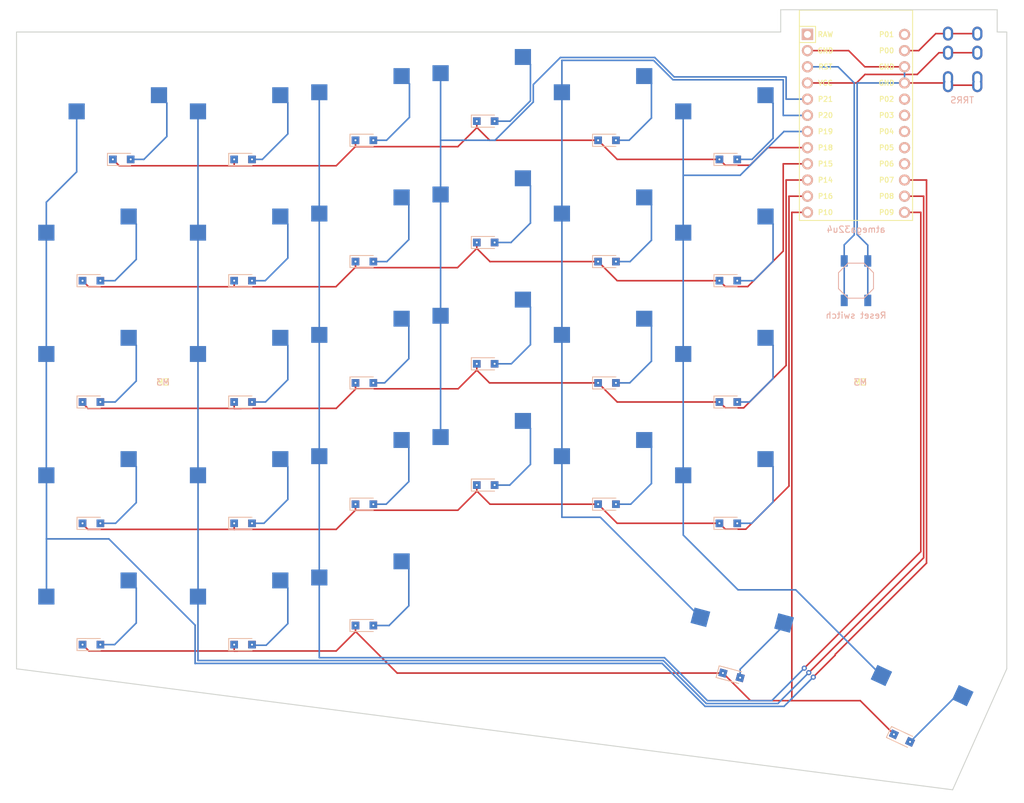
<source format=kicad_pcb>
(kicad_pcb (version 20221018) (generator pcbnew)
  (title_block (title "left") (rev "v1.0.0") (company "Unknown"))
  (layers (0 "F.Cu" signal) (31 "B.Cu" signal) (34 "B.Paste" user) (35 "F.Paste" user) (36 "B.SilkS" user "B.Silkscreen") (37 "F.SilkS" user "F.Silkscreen") (38 "B.Mask" user) (39 "F.Mask" user) (44 "Edge.Cuts" user))
  (net 0 "")
  (net 1 "P7")
  (net 2 "zero_meta")
  (net 3 "zero_bottom")
  (net 4 "zero_home")
  (net 5 "zero_top")
  (net 6 "zero_number")
  (net 7 "P8")
  (net 8 "one_meta")
  (net 9 "one_bottom")
  (net 10 "one_home")
  (net 11 "one_top")
  (net 12 "one_number")
  (net 13 "P9")
  (net 14 "two_meta")
  (net 15 "two_bottom")
  (net 16 "two_home")
  (net 17 "two_top")
  (net 18 "two_number")
  (net 19 "P14")
  (net 20 "three_bottom")
  (net 21 "three_home")
  (net 22 "three_top")
  (net 23 "three_number")
  (net 24 "P16")
  (net 25 "four_bottom")
  (net 26 "four_home")
  (net 27 "four_top")
  (net 28 "four_number")
  (net 29 "P10")
  (net 30 "five_bottom")
  (net 31 "five_home")
  (net 32 "five_top")
  (net 33 "five_number")
  (net 34 "four_meta")
  (net 35 "five_meta")
  (net 36 "P15")
  (net 37 "P18")
  (net 38 "P19")
  (net 39 "P20")
  (net 40 "P21")
  (net 41 "RAW")
  (net 42 "GND")
  (net 43 "RST")
  (net 44 "VCC")
  (net 45 "P1")
  (net 46 "P0")
  (net 47 "P2")
  (net 48 "P3")
  (net 49 "P4")
  (net 50 "P5")
  (net 51 "P6")
  (footprint "E73:SW_TACT_ALPS_SKQGABE010" (layer "F.Cu") (at 236.825 144.05 -90)
    (fp_text reference "B1" hide)
    (fp_text value "" hide)
  )
  (footprint "MX" (layer "F.Cu") (at 178.675 133.05)
    (fp_text reference "S18" hide)
    (fp_text value "" hide)
  )
  (footprint "MX" (layer "F.Cu") (at 121.525 120)
    (fp_text reference "S5" hide)
    (fp_text value "" hide)
  )
  (footprint "MX" (layer "F.Cu") (at 197.725 136.05)
    (fp_text reference "S22" hide)
    (fp_text value "" hide)
  )
  (footprint "Diode_SMD:Nexperia_CFP3_SOD-123W" (layer "F.Cu") (at 178.675 157.1)
    (fp_text reference "D17" hide)
    (fp_text value "Nexperia_CFP3_SOD-123W" hide)
  )
  (footprint "MountingHole:MountingHole_3.2mm_M3" (layer "F.Cu") (at 237.5 155)
    (fp_text reference "M3")
    (fp_text value "M3")
  )
  (footprint "MX" (layer "F.Cu") (at 116.7625 177.15)
    (fp_text reference "S2" hide)
    (fp_text value "" hide)
  )
  (footprint "Diode_SMD:Nexperia_CFP3_SOD-123W" (layer "F.Cu") (at 197.725 141.05)
    (fp_text reference "D22" hide)
    (fp_text value "Nexperia_CFP3_SOD-123W" hide)
  )
  (footprint "MX" (layer "F.Cu") (at 159.625 136.05)
    (fp_text reference "S14" hide)
    (fp_text value "" hide)
  )
  (footprint "MX" (layer "F.Cu") (at 197.725 155.1)
    (fp_text reference "S21" hide)
    (fp_text value "" hide)
  )
  (footprint "Diode_SMD:Nexperia_CFP3_SOD-123W" (layer "F.Cu") (at 159.625 122)
    (fp_text reference "D15" hide)
    (fp_text value "Nexperia_CFP3_SOD-123W" hide)
  )
  (footprint "MountingHole:MountingHole_3.2mm_M3" (layer "F.Cu") (at 128 155)
    (fp_text reference "M3")
    (fp_text value "M3")
  )
  (footprint "Diode_SMD:Nexperia_CFP3_SOD-123W" (layer "F.Cu") (at 197.725 160.1)
    (fp_text reference "D21" hide)
    (fp_text value "Nexperia_CFP3_SOD-123W" hide)
  )
  (footprint "Diode_SMD:Nexperia_CFP3_SOD-123W" (layer "F.Cu") (at 116.7625 182.15)
    (fp_text reference "D2" hide)
    (fp_text value "Nexperia_CFP3_SOD-123W" hide)
  )
  (footprint "MX" (layer "F.Cu") (at 140.575 139.05)
    (fp_text reference "S9" hide)
    (fp_text value "" hide)
  )
  (footprint "MX" (layer "F.Cu") (at 197.725 117)
    (fp_text reference "S23" hide)
    (fp_text value "" hide)
  )
  (footprint "MX" (layer "F.Cu") (at 140.575 120)
    (fp_text reference "S10" hide)
    (fp_text value "" hide)
  )
  (footprint "MX" (layer "F.Cu") (at 216.775 120)
    (fp_text reference "S27" hide)
    (fp_text value "" hide)
  )
  (footprint "Diode_SMD:Nexperia_CFP3_SOD-123W" (layer "F.Cu") (at 140.575 163.1)
    (fp_text reference "D8" hide)
    (fp_text value "Nexperia_CFP3_SOD-123W" hide)
  )
  (footprint "TRRS-PJ-320A-dual" (layer "F.Cu") (at 255.875 102.05)
    (fp_text reference "TRRS")
    (fp_text value "TRRS-PJ-320A-dual" hide)
  )
  (footprint "Diode_SMD:Nexperia_CFP3_SOD-123W" (layer "F.Cu") (at 216.775 144.05)
    (fp_text reference "D26" hide)
    (fp_text value "Nexperia_CFP3_SOD-123W" hide)
  )
  (footprint "Diode_SMD:Nexperia_CFP3_SOD-123W" (layer "F.Cu") (at 116.7625 144.05)
    (fp_text reference "D4" hide)
    (fp_text value "Nexperia_CFP3_SOD-123W" hide)
  )
  (footprint "Diode_SMD:Nexperia_CFP3_SOD-123W" (layer "F.Cu") (at 159.625 160.1)
    (fp_text reference "D13" hide)
    (fp_text value "Nexperia_CFP3_SOD-123W" hide)
  )
  (footprint "Diode_SMD:Nexperia_CFP3_SOD-123W" (layer "F.Cu") (at 216.775 163.1)
    (fp_text reference "D25" hide)
    (fp_text value "Nexperia_CFP3_SOD-123W" hide)
  )
  (footprint "MX" (layer "F.Cu") (at 140.575 177.15)
    (fp_text reference "S7" hide)
    (fp_text value "" hide)
  )
  (footprint "MX" (layer "F.Cu") (at 140.575 158.1)
    (fp_text reference "S8" hide)
    (fp_text value "" hide)
  )
  (footprint "Diode_SMD:Nexperia_CFP3_SOD-123W" (layer "F.Cu") (at 159.625 179.15)
    (fp_text reference "D12" hide)
    (fp_text value "Nexperia_CFP3_SOD-123W" hide)
  )
  (footprint "MX" (layer "F.Cu") (at 159.625 193.2)
    (fp_text reference "S11" hide)
    (fp_text value "" hide)
  )
  (footprint "Diode_SMD:Nexperia_CFP3_SOD-123W" (layer "F.Cu") (at 116.7625 163.1)
    (fp_text reference "D3" hide)
    (fp_text value "Nexperia_CFP3_SOD-123W" hide)
  )
  (footprint "MX" (layer "F.Cu") (at 159.625 174.15)
    (fp_text reference "S12" hide)
    (fp_text value "" hide)
  )
  (footprint "Diode_SMD:Nexperia_CFP3_SOD-123W" (layer "F.Cu") (at 244.046907 215.879074 -25)
    (fp_text reference "D29" hide)
    (fp_text value "Nexperia_CFP3_SOD-123W" hide)
  )
  (footprint "MX" (layer "F.Cu") (at 159.625 155.1)
    (fp_text reference "S13" hide)
    (fp_text value "" hide)
  )
  (footprint "Diode_SMD:Nexperia_CFP3_SOD-123W" (layer "F.Cu") (at 178.675 119)
    (fp_text reference "D19" hide)
    (fp_text value "Nexperia_CFP3_SOD-123W" hide)
  )
  (footprint "Diode_SMD:Nexperia_CFP3_SOD-123W" (layer "F.Cu") (at 216.775 125)
    (fp_text reference "D27" hide)
    (fp_text value "Nexperia_CFP3_SOD-123W" hide)
  )
  (footprint "MX" (layer "F.Cu") (at 216.775 158.1)
    (fp_text reference "S25" hide)
    (fp_text value "" hide)
  )
  (footprint "Diode_SMD:Nexperia_CFP3_SOD-123W" (layer "F.Cu") (at 159.625 198.2)
    (fp_text reference "D11" hide)
    (fp_text value "Nexperia_CFP3_SOD-123W" hide)
  )
  (footprint "Diode_SMD:Nexperia_CFP3_SOD-123W" (layer "F.Cu") (at 197.725 179.15)
    (fp_text reference "D20" hide)
    (fp_text value "Nexperia_CFP3_SOD-123W" hide)
  )
  (footprint "Diode_SMD:Nexperia_CFP3_SOD-123W" (layer "F.Cu") (at 178.675 176.15)
    (fp_text reference "D16" hide)
    (fp_text value "Nexperia_CFP3_SOD-123W" hide)
  )
  (footprint "MX" (layer "F.Cu") (at 116.7625 139.05)
    (fp_text reference "S4" hide)
    (fp_text value "" hide)
  )
  (footprint "MX" (layer "F.Cu") (at 159.625 117)
    (fp_text reference "S15" hide)
    (fp_text value "" hide)
  )
  (footprint "MX" (layer "F.Cu") (at 116.7625 196.2)
    (fp_text reference "S1" hide)
    (fp_text value "" hide)
  )
  (footprint "MX" (layer "F.Cu") (at 216.775 139.05)
    (fp_text reference "S26" hide)
    (fp_text value "" hide)
  )
  (footprint "Diode_SMD:Nexperia_CFP3_SOD-123W" (layer "F.Cu") (at 140.575 182.15)
    (fp_text reference "D7" hide)
    (fp_text value "Nexperia_CFP3_SOD-123W" hide)
  )
  (footprint "Diode_SMD:Nexperia_CFP3_SOD-123W" (layer "F.Cu") (at 217.278865 206.029629 -15)
    (fp_text reference "D28" hide)
    (fp_text value "Nexperia_CFP3_SOD-123W" hide)
  )
  (footprint "MX" (layer "F.Cu") (at 197.725 174.15)
    (fp_text reference "S20" hide)
    (fp_text value "" hide)
  )
  (footprint "MX" (layer "F.Cu") (at 178.675 114)
    (fp_text reference "S19" hide)
    (fp_text value "" hide)
  )
  (footprint "Diode_SMD:Nexperia_CFP3_SOD-123W" (layer "F.Cu") (at 197.725 122)
    (fp_text reference "D23" hide)
    (fp_text value "Nexperia_CFP3_SOD-123W" hide)
  )
  (footprint "MX" (layer "F.Cu") (at 216.775 177.15)
    (fp_text reference "S24" hide)
    (fp_text value "" hide)
  )
  (footprint "Diode_SMD:Nexperia_CFP3_SOD-123W" (layer "F.Cu") (at 140.575 144.05)
    (fp_text reference "D9" hide)
    (fp_text value "Nexperia_CFP3_SOD-123W" hide)
  )
  (footprint "Diode_SMD:Nexperia_CFP3_SOD-123W" (layer "F.Cu") (at 216.775 182.15)
    (fp_text reference "D24" hide)
    (fp_text value "Nexperia_CFP3_SOD-123W" hide)
  )
  (footprint "MX" (layer "F.Cu") (at 246.159999 211.347535 -25)
    (fp_text reference "S29" hide)
    (fp_text value "" hide)
  )
  (footprint "Diode_SMD:Nexperia_CFP3_SOD-123W" (layer "F.Cu") (at 140.575 201.2)
    (fp_text reference "D6" hide)
    (fp_text value "Nexperia_CFP3_SOD-123W" hide)
  )
  (footprint "Diode_SMD:Nexperia_CFP3_SOD-123W" (layer "F.Cu") (at 140.575 125)
    (fp_text reference "D10" hide)
    (fp_text value "Nexperia_CFP3_SOD-123W" hide)
  )
  (footprint "MX" (layer "F.Cu") (at 116.7625 158.1)
    (fp_text reference "S3" hide)
    (fp_text value "" hide)
  )
  (footprint "ProMicro" (layer "F.Cu") (at 236.825 119.35 -90)
    (fp_text reference "MCU1" hide)
    (fp_text value "" hide)
  )
  (footprint "Diode_SMD:Nexperia_CFP3_SOD-123W" (layer "F.Cu") (at 159.625 141.05)
    (fp_text reference "D14" hide)
    (fp_text value "Nexperia_CFP3_SOD-123W" hide)
  )
  (footprint "MX" (layer "F.Cu") (at 178.675 171.15)
    (fp_text reference "S16" hide)
    (fp_text value "" hide)
  )
  (footprint "Diode_SMD:Nexperia_CFP3_SOD-123W" (layer "F.Cu") (at 121.525 125)
    (fp_text reference "D5" hide)
    (fp_text value "Nexperia_CFP3_SOD-123W" hide)
  )
  (footprint "MX" (layer "F.Cu") (at 178.675 152.1)
    (fp_text reference "S17" hide)
    (fp_text value "" hide)
  )
  (footprint "MX" (layer "F.Cu") (at 218.57296 201.2 -15)
    (fp_text reference "S28" hide)
    (fp_text value "" hide)
  )
  (footprint "MX" (layer "F.Cu") (at 140.575 196.2)
    (fp_text reference "S6" hide)
    (fp_text value "" hide)
  )
  (footprint "Diode_SMD:Nexperia_CFP3_SOD-123W" (layer "F.Cu") (at 178.675 138.05)
    (fp_text reference "D18" hide)
    (fp_text value "Nexperia_CFP3_SOD-123W" hide)
  )
  (footprint "Diode_SMD:Nexperia_CFP3_SOD-123W" (layer "F.Cu") (at 116.7625 201.2)
    (fp_text reference "D1" hide)
    (fp_text value "Nexperia_CFP3_SOD-123W" hide)
  )
  (gr_line locked (start 105 205) (end 105 105) (stroke (width 0.15)) (layer "Edge.Cuts"))
  (gr_line locked (start 260.5 105) (end 260.5 205) (stroke (width 0.15)) (layer "Edge.Cuts"))
  (gr_line locked (start 259 101.5) (end 259 105) (stroke (width 0.15)) (layer "Edge.Cuts"))
  (gr_line locked (start 105 105) (end 225 105) (stroke (width 0.15)) (layer "Edge.Cuts"))
  (gr_line locked (start 260.5 205) (end 252 224) (stroke (width 0.15)) (layer "Edge.Cuts"))
  (gr_line locked (start 259 105) (end 260.5 105) (stroke (width 0.15)) (layer "Edge.Cuts"))
  (gr_line locked (start 252 224) (end 105 205) (stroke (width 0.15)) (layer "Edge.Cuts"))
  (gr_line locked (start 225 101.5) (end 259 101.5) (stroke (width 0.15)) (layer "Edge.Cuts"))
  (gr_line locked (start 225 101.5) (end 225 105) (stroke (width 0.15)) (layer "Edge.Cuts"))
  (gr_text "atmega32u4" (at 236.825 136) (layer "B.SilkS") (effects (font (size 1 1)) (justify mirror)))
  (gr_text "Reset switch" (at 236.825 149.5) (layer "B.SilkS") (effects (font (size 1 1)) (justify mirror)))
  (segment (start 230.113863 206.303677) (end 233.56754 202.85) (width 0.25) (layer "F.Cu") (net 1))
  (segment (start 233.56754 202.73246) (end 247.9 188.4) (width 0.25) (layer "F.Cu") (net 1))
  (segment (start 247.9 188.4) (end 247.9 128.24) (width 0.25) (layer "F.Cu") (net 1))
  (segment (start 230.113863 206.313156) (end 230.113863 206.303677) (width 0.25) (layer "F.Cu") (net 1))
  (segment (start 247.9 128.24) (end 244.445 128.24) (width 0.25) (layer "F.Cu") (net 1))
  (segment (start 233.56754 202.85) (end 233.56754 202.73246) (width 0.25) (layer "F.Cu") (net 1))
  (via (at 230.113863 206.313156) (size 0.8) (drill 0.4) (layers "F.Cu" "B.Cu") (net 1))
  (segment (start 213.127208 210.9) (end 206.377208 204.15) (width 0.25) (layer "B.Cu") (net 1))
  (segment (start 133.04 198.14) (end 119.5 184.6) (width 0.25) (layer "B.Cu") (net 1))
  (segment (start 230.104384 206.313156) (end 225.51754 210.9) (width 0.25) (layer "B.Cu") (net 1))
  (segment (start 109.6775 155.56) (end 109.6775 136.51) (width 0.25) (layer "B.Cu") (net 1))
  (segment (start 230.113863 206.313156) (end 230.104384 206.313156) (width 0.25) (layer "B.Cu") (net 1))
  (segment (start 109.6775 131.7225) (end 109.6775 136.51) (width 0.25) (layer "B.Cu") (net 1))
  (segment (start 225.51754 210.9) (end 213.127208 210.9) (width 0.25) (layer "B.Cu") (net 1))
  (segment (start 133.04 204.16) (end 133.04 198.14) (width 0.25) (layer "B.Cu") (net 1))
  (segment (start 206.377208 204.15) (end 133.05 204.15) (width 0.25) (layer "B.Cu") (net 1))
  (segment (start 114.44 126.96) (end 109.6775 131.7225) (width 0.25) (layer "B.Cu") (net 1))
  (segment (start 133.05 204.15) (end 133.04 204.16) (width 0.25) (layer "B.Cu") (net 1))
  (segment (start 119.5 184.6) (end 109.7 184.6) (width 0.25) (layer "B.Cu") (net 1))
  (segment (start 109.7 184.6) (end 109.7 193.6375) (width 0.25) (layer "B.Cu") (net 1))
  (segment (start 109.6775 155.56) (end 109.6775 174.61) (width 0.25) (layer "B.Cu") (net 1))
  (segment (start 114.44 118.16) (end 114.44 126.96) (width 0.25) (layer "B.Cu") (net 1))
  (segment (start 109.7 174.6325) (end 109.7 184.6) (width 0.25) (layer "B.Cu") (net 1))
  (segment (start 120.4 201.2) (end 123.8 197.8) (width 0.25) (layer "B.Cu") (net 2))
  (segment (start 123.8 192.3155) (end 122.6045 191.12) (width 0.25) (layer "B.Cu") (net 2))
  (segment (start 118.1625 201.2) (end 120.4 201.2) (width 0.25) (layer "B.Cu") (net 2))
  (segment (start 123.8 197.8) (end 123.8 192.3155) (width 0.25) (layer "B.Cu") (net 2))
  (segment (start 123.8 173.2655) (end 122.6045 172.07) (width 0.25) (layer "B.Cu") (net 3))
  (segment (start 118.1625 182.15) (end 120.55 182.15) (width 0.25) (layer "B.Cu") (net 3))
  (segment (start 120.55 182.15) (end 123.8 178.9) (width 0.25) (layer "B.Cu") (net 3))
  (segment (start 123.8 178.9) (end 123.8 173.2655) (width 0.25) (layer "B.Cu") (net 3))
  (segment (start 123.8 159.8) (end 123.8 154.2155) (width 0.25) (layer "B.Cu") (net 4))
  (segment (start 120.5 163.1) (end 123.8 159.8) (width 0.25) (layer "B.Cu") (net 4))
  (segment (start 123.8 154.2155) (end 122.6045 153.02) (width 0.25) (layer "B.Cu") (net 4))
  (segment (start 118.1625 163.1) (end 120.5 163.1) (width 0.25) (layer "B.Cu") (net 4))
  (segment (start 123.8 135.1655) (end 122.6045 133.97) (width 0.25) (layer "B.Cu") (net 5))
  (segment (start 123.8 140.7) (end 123.8 135.1655) (width 0.25) (layer "B.Cu") (net 5))
  (segment (start 120.45 144.05) (end 123.8 140.7) (width 0.25) (layer "B.Cu") (net 5))
  (segment (start 118.1625 144.05) (end 120.45 144.05) (width 0.25) (layer "B.Cu") (net 5))
  (segment (start 125 125) (end 128.6 121.4) (width 0.25) (layer "B.Cu") (net 6))
  (segment (start 128.6 121.4) (end 128.6 116.153) (width 0.25) (layer "B.Cu") (net 6))
  (segment (start 122.925 125) (end 124.925 125) (width 0.25) (layer "B.Cu") (net 6))
  (segment (start 128.6 116.153) (end 127.367 114.92) (width 0.25) (layer "B.Cu") (net 6))
  (segment (start 124.9 125) (end 125 125) (width 0.25) (layer "B.Cu") (net 6))
  (segment (start 229.407108 205.606402) (end 247.45 187.56351) (width 0.25) (layer "F.Cu") (net 7))
  (segment (start 247.45 187.56351) (end 247.45 130.78) (width 0.25) (layer "F.Cu") (net 7))
  (segment (start 247.45 130.78) (end 244.445 130.78) (width 0.25) (layer "F.Cu") (net 7))
  (via (at 229.407108 205.606402) (size 0.8) (drill 0.4) (layers "F.Cu" "B.Cu") (net 7))
  (segment (start 224.557306 210.45) (end 213.313604 210.45) (width 0.25) (layer "B.Cu") (net 7))
  (segment (start 213.313604 210.45) (end 206.563604 203.7) (width 0.25) (layer "B.Cu") (net 7))
  (segment (start 133.49 155.56) (end 133.49 174.61) (width 0.25) (layer "B.Cu") (net 7))
  (segment (start 133.49 203.7) (end 133.49 193.66) (width 0.25) (layer "B.Cu") (net 7))
  (segment (start 229.400904 205.606402) (end 224.557306 210.45) (width 0.25) (layer "B.Cu") (net 7))
  (segment (start 133.49 136.51) (end 133.49 155.56) (width 0.25) (layer "B.Cu") (net 7))
  (segment (start 133.49 117.46) (end 133.49 136.51) (width 0.25) (layer "B.Cu") (net 7))
  (segment (start 229.407108 205.606402) (end 229.400904 205.606402) (width 0.25) (layer "B.Cu") (net 7))
  (segment (start 206.563604 203.7) (end 133.49 203.7) (width 0.25) (layer "B.Cu") (net 7))
  (segment (start 133.5 174.62) (end 133.5 193.65) (width 0.25) (layer "B.Cu") (net 7))
  (segment (start 144.2 201.3) (end 147.6 197.9) (width 0.25) (layer "B.Cu") (net 8))
  (segment (start 142.1 201.3) (end 144.2 201.3) (width 0.25) (layer "B.Cu") (net 8))
  (segment (start 147.6 197.9) (end 147.6 192.303) (width 0.25) (layer "B.Cu") (net 8))
  (segment (start 147.6 192.303) (end 146.417 191.12) (width 0.25) (layer "B.Cu") (net 8))
  (segment (start 143.85 182.15) (end 147.6 178.4) (width 0.25) (layer "B.Cu") (net 9))
  (segment (start 147.6 178.4) (end 147.6 173.253) (width 0.25) (layer "B.Cu") (net 9))
  (segment (start 147.6 173.253) (end 146.417 172.07) (width 0.25) (layer "B.Cu") (net 9))
  (segment (start 141.975 182.15) (end 143.85 182.15) (width 0.25) (layer "B.Cu") (net 9))
  (segment (start 141.975 163.1) (end 144.1 163.1) (width 0.25) (layer "B.Cu") (net 10))
  (segment (start 147.6 154.203) (end 146.417 153.02) (width 0.25) (layer "B.Cu") (net 10))
  (segment (start 147.6 159.6) (end 147.6 154.203) (width 0.25) (layer "B.Cu") (net 10))
  (segment (start 144.1 163.1) (end 147.6 159.6) (width 0.25) (layer "B.Cu") (net 10))
  (segment (start 147.6 135.153) (end 146.417 133.97) (width 0.25) (layer "B.Cu") (net 11))
  (segment (start 144.05 144.05) (end 147.6 140.5) (width 0.25) (layer "B.Cu") (net 11))
  (segment (start 141.975 144.05) (end 144.05 144.05) (width 0.25) (layer "B.Cu") (net 11))
  (segment (start 147.6 140.5) (end 147.6 135.153) (width 0.25) (layer "B.Cu") (net 11))
  (segment (start 147.6 121) (end 147.6 116.103) (width 0.25) (layer "B.Cu") (net 12))
  (segment (start 141.975 125) (end 143.6 125) (width 0.25) (layer "B.Cu") (net 12))
  (segment (start 147.6 116.103) (end 146.417 114.92) (width 0.25) (layer "B.Cu") (net 12))
  (segment (start 143.6 125) (end 147.6 121) (width 0.25) (layer "B.Cu") (net 12))
  (segment (start 228.700353 204.899646) (end 247 186.599999) (width 0.25) (layer "F.Cu") (net 13))
  (segment (start 247 186.599999) (end 247 133.32) (width 0.25) (layer "F.Cu") (net 13))
  (segment (start 247 133.32) (end 244.445 133.32) (width 0.25) (layer "F.Cu") (net 13))
  (via (at 228.700353 204.899646) (size 0.8) (drill 0.4) (layers "F.Cu" "B.Cu") (net 13))
  (segment (start 152.54 171.61) (end 152.54 152.56) (width 0.25) (layer "B.Cu") (net 13))
  (segment (start 152.54 190.66) (end 152.54 203.25) (width 0.25) (layer "B.Cu") (net 13))
  (segment (start 228.700353 204.899646) (end 223.599999 210) (width 0.25) (layer "B.Cu") (net 13))
  (segment (start 152.54 203.25) (end 206.75 203.25) (width 0.25) (layer "B.Cu") (net 13))
  (segment (start 223.599999 210) (end 213.5 210) (width 0.25) (layer "B.Cu") (net 13))
  (segment (start 152.54 190.66) (end 152.54 171.61) (width 0.25) (layer "B.Cu") (net 13))
  (segment (start 152.54 114.46) (end 152.54 133.51) (width 0.25) (layer "B.Cu") (net 13))
  (segment (start 213.5 210) (end 206.75 203.25) (width 0.25) (layer "B.Cu") (net 13))
  (segment (start 152.54 152.56) (end 152.54 133.51) (width 0.25) (layer "B.Cu") (net 13))
  (segment (start 163.5 198.2) (end 166.6 195.1) (width 0.25) (layer "B.Cu") (net 14))
  (segment (start 161.025 198.2) (end 163.5 198.2) (width 0.25) (layer "B.Cu") (net 14))
  (segment (start 166.6 195.1) (end 166.6 189.253) (width 0.25) (layer "B.Cu") (net 14))
  (segment (start 166.6 189.253) (end 165.467 188.12) (width 0.25) (layer "B.Cu") (net 14))
  (segment (start 163.05 179.15) (end 161.025 179.15) (width 0.25) (layer "B.Cu") (net 15))
  (segment (start 166.6 170.203) (end 166.6 175.6) (width 0.25) (layer "B.Cu") (net 15))
  (segment (start 166.6 175.6) (end 163.05 179.15) (width 0.25) (layer "B.Cu") (net 15))
  (segment (start 165.467 169.07) (end 166.6 170.203) (width 0.25) (layer "B.Cu") (net 15))
  (segment (start 165.467 150.02) (end 166.6 151.153) (width 0.25) (layer "B.Cu") (net 16))
  (segment (start 166.6 151.153) (end 166.6 156.3) (width 0.25) (layer "B.Cu") (net 16))
  (segment (start 162.8 160.1) (end 161.025 160.1) (width 0.25) (layer "B.Cu") (net 16))
  (segment (start 166.6 156.3) (end 162.8 160.1) (width 0.25) (layer "B.Cu") (net 16))
  (segment (start 166.6 137.6) (end 163.15 141.05) (width 0.25) (layer "B.Cu") (net 17))
  (segment (start 163.15 141.05) (end 161.025 141.05) (width 0.25) (layer "B.Cu") (net 17))
  (segment (start 166.6 132.103) (end 166.6 137.6) (width 0.25) (layer "B.Cu") (net 17))
  (segment (start 165.467 130.97) (end 166.6 132.103) (width 0.25) (layer "B.Cu") (net 17))
  (segment (start 163.1 122) (end 161.025 122) (width 0.25) (layer "B.Cu") (net 18))
  (segment (start 166.7 118.4) (end 163.1 122) (width 0.25) (layer "B.Cu") (net 18))
  (segment (start 166.7 113.153) (end 166.7 118.4) (width 0.25) (layer "B.Cu") (net 18))
  (segment (start 165.467 111.92) (end 166.7 113.153) (width 0.25) (layer "B.Cu") (net 18))
  (segment (start 177.275 157.1) (end 177.275 158.1) (width 0.25) (layer "F.Cu") (net 19))
  (segment (start 158.275 161.025) (end 174.35 161.025) (width 0.25) (layer "F.Cu") (net 19))
  (segment (start 179.275 160.1) (end 196.325 160.1) (width 0.25) (layer "F.Cu") (net 19))
  (segment (start 225.85 128.24) (end 229.205 128.24) (width 0.25) (layer "F.Cu") (net 19))
  (segment (start 139.175 164.075) (end 139.2 164.1) (width 0.25) (layer "F.Cu") (net 19))
  (segment (start 215.375 163.1) (end 216.3 164.025) (width 0.25) (layer "F.Cu") (net 19))
  (segment (start 199.325 163.1) (end 215.375 163.1) (width 0.25) (layer "F.Cu") (net 19))
  (segment (start 139.175 163.1) (end 139.175 164.075) (width 0.25) (layer "F.Cu") (net 19))
  (segment (start 177.275 158.1) (end 179.275 160.1) (width 0.25) (layer "F.Cu") (net 19))
  (segment (start 158.225 161.075) (end 158.275 161.025) (width 0.25) (layer "F.Cu") (net 19))
  (segment (start 174.35 161.025) (end 177.275 158.1) (width 0.25) (layer "F.Cu") (net 19))
  (segment (start 219.1875 164.025) (end 225.85 157.3625) (width 0.25) (layer "F.Cu") (net 19))
  (segment (start 116.2 164.1) (end 140.3 164.1) (width 0.25) (layer "F.Cu") (net 19))
  (segment (start 155.2 164.1) (end 158.225 161.075) (width 0.25) (layer "F.Cu") (net 19))
  (segment (start 115.3625 163.2625) (end 116.2 164.1) (width 0.25) (layer "F.Cu") (net 19))
  (segment (start 216.3 164.025) (end 219.1875 164.025) (width 0.25) (layer "F.Cu") (net 19))
  (segment (start 225.85 157.3625) (end 225.85 128.24) (width 0.25) (layer "F.Cu") (net 19))
  (segment (start 139.2 164.1) (end 155.2 164.1) (width 0.25) (layer "F.Cu") (net 19))
  (segment (start 196.325 160.1) (end 199.325 163.1) (width 0.25) (layer "F.Cu") (net 19))
  (segment (start 158.225 160.1) (end 158.225 161.075) (width 0.25) (layer "F.Cu") (net 19))
  (segment (start 184.517 166.07) (end 185.7 167.253) (width 0.25) (layer "B.Cu") (net 20))
  (segment (start 185.7 167.253) (end 185.7 172.9) (width 0.25) (layer "B.Cu") (net 20))
  (segment (start 185.7 172.9) (end 182.45 176.15) (width 0.25) (layer "B.Cu") (net 20))
  (segment (start 182.45 176.15) (end 180.075 176.15) (width 0.25) (layer "B.Cu") (net 20))
  (segment (start 184.517 147.02) (end 185.7 148.203) (width 0.25) (layer "B.Cu") (net 21))
  (segment (start 185.7 154.1) (end 182.7 157.1) (width 0.25) (layer "B.Cu") (net 21))
  (segment (start 182.7 157.1) (end 180.075 157.1) (width 0.25) (layer "B.Cu") (net 21))
  (segment (start 185.7 148.203) (end 185.7 154.1) (width 0.25) (layer "B.Cu") (net 21))
  (segment (start 185.7 129.153) (end 185.7 135) (width 0.25) (layer "B.Cu") (net 22))
  (segment (start 185.7 135) (end 182.65 138.05) (width 0.25) (layer "B.Cu") (net 22))
  (segment (start 184.517 127.97) (end 185.7 129.153) (width 0.25) (layer "B.Cu") (net 22))
  (segment (start 182.65 138.05) (end 180.075 138.05) (width 0.25) (layer "B.Cu") (net 22))
  (segment (start 184.9809 109.3839) (end 185.7 110.103) (width 0.25) (layer "B.Cu") (net 23))
  (segment (start 185.7 115.8) (end 182.5 119) (width 0.25) (layer "B.Cu") (net 23))
  (segment (start 182.5 119) (end 180.488684 119) (width 0.25) (layer "B.Cu") (net 23))
  (segment (start 185.7 110.103) (end 185.7 115.8) (width 0.25) (layer "B.Cu") (net 23))
  (segment (start 216.3 183.075) (end 219.525 183.075) (width 0.25) (layer "F.Cu") (net 24))
  (segment (start 155.2 183.1) (end 158.2 180.1) (width 0.25) (layer "F.Cu") (net 24))
  (segment (start 139.2 183.1) (end 155.2 183.1) (width 0.25) (layer "F.Cu") (net 24))
  (segment (start 158.2 180.1) (end 174.3 180.1) (width 0.25) (layer "F.Cu") (net 24))
  (segment (start 139.2 183.1) (end 116.2 183.1) (width 0.25) (layer "F.Cu") (net 24))
  (segment (start 116.2 183.1) (end 115.3625 182.2625) (width 0.25) (layer "F.Cu") (net 24))
  (segment (start 174.3 180.1) (end 177.3 177.1) (width 0.25) (layer "F.Cu") (net 24))
  (segment (start 226.3 176.3) (end 226.3 130.78) (width 0.25) (layer "F.Cu") (net 24))
  (segment (start 196.325 179.15) (end 199.325 182.15) (width 0.25) (layer "F.Cu") (net 24))
  (segment (start 177.275 176.15) (end 177.275 177.075) (width 0.25) (layer "F.Cu") (net 24))
  (segment (start 158.225 180.075) (end 158.2 180.1) (width 0.25) (layer "F.Cu") (net 24))
  (segment (start 158.225 179.15) (end 158.225 180.075) (width 0.25) (layer "F.Cu") (net 24))
  (segment (start 226.3 130.78) (end 229.205 130.78) (width 0.25) (layer "F.Cu") (net 24))
  (segment (start 215.375 182.15) (end 216.3 183.075) (width 0.25) (layer "F.Cu") (net 24))
  (segment (start 139.175 182.15) (end 139.175 183.075) (width 0.25) (layer "F.Cu") (net 24))
  (segment (start 199.325 182.15) (end 215.375 182.15) (width 0.25) (layer "F.Cu") (net 24))
  (segment (start 219.525 183.075) (end 226.3 176.3) (width 0.25) (layer "F.Cu") (net 24))
  (segment (start 177.3 177.1) (end 179.35 179.15) (width 0.25) (layer "F.Cu") (net 24))
  (segment (start 177.275 177.075) (end 177.3 177.1) (width 0.25) (layer "F.Cu") (net 24))
  (segment (start 179.35 179.15) (end 196.325 179.15) (width 0.25) (layer "F.Cu") (net 24))
  (segment (start 139.175 183.075) (end 139.2 183.1) (width 0.25) (layer "F.Cu") (net 24))
  (segment (start 204.7 175.9) (end 201.45 179.15) (width 0.25) (layer "B.Cu") (net 25))
  (segment (start 201.45 179.15) (end 199.538684 179.15) (width 0.25) (layer "B.Cu") (net 25))
  (segment (start 204.7 170) (end 204.7 175.9) (width 0.25) (layer "B.Cu") (net 25))
  (segment (start 201.3 160.1) (end 199.538684 160.1) (width 0.25) (layer "B.Cu") (net 26))
  (segment (start 204.0309 150.4839) (end 204.7 151.153) (width 0.25) (layer "B.Cu") (net 26))
  (segment (start 204.7 156.7) (end 201.3 160.1) (width 0.25) (layer "B.Cu") (net 26))
  (segment (start 204.7 151.153) (end 204.7 156.7) (width 0.25) (layer "B.Cu") (net 26))
  (segment (start 201.35 141.05) (end 199.538684 141.05) (width 0.25) (layer "B.Cu") (net 27))
  (segment (start 204.0309 131.4339) (end 204.7 132.103) (width 0.25) (layer "B.Cu") (net 27))
  (segment (start 204.7 132.103) (end 204.7 137.7) (width 0.25) (layer "B.Cu") (net 27))
  (segment (start 204.7 137.7) (end 201.35 141.05) (width 0.25) (layer "B.Cu") (net 27))
  (segment (start 204.0309 112.3839) (end 204.7 113.053) (width 0.25) (layer "B.Cu") (net 28))
  (segment (start 204.7 118.5) (end 201.2 122) (width 0.25) (layer "B.Cu") (net 28))
  (segment (start 204.7 113.053) (end 204.7 118.5) (width 0.25) (layer "B.Cu") (net 28))
  (segment (start 201.2 122) (end 199.538684 122) (width 0.25) (layer "B.Cu") (net 28))
  (segment (start 139.2 202.2) (end 155.2 202.2) (width 0.25) (layer "F.Cu") (net 29))
  (segment (start 139.175 202.175) (end 139.2 202.2) (width 0.25) (layer "F.Cu") (net 29))
  (segment (start 158.25 199.15) (end 164.767282 205.667282) (width 0.25) (layer "F.Cu") (net 29))
  (segment (start 139.175 201.2) (end 139.175 202.175) (width 0.25) (layer "F.Cu") (net 29))
  (segment (start 116.3625 202.2) (end 139.7 202.2) (width 0.25) (layer "F.Cu") (net 29))
  (segment (start 155.2 202.2) (end 158.25 199.15) (width 0.25) (layer "F.Cu") (net 29))
  (segment (start 226.75 209.95) (end 226.7 210) (width 0.25) (layer "F.Cu") (net 29))
  (segment (start 115.3625 201.2) (end 116.3625 202.2) (width 0.25) (layer "F.Cu") (net 29))
  (segment (start 229.205 133.32) (end 226.75 133.32) (width 0.25) (layer "F.Cu") (net 29))
  (segment (start 215.926569 205.667282) (end 220.259287 210) (width 0.25) (layer "F.Cu") (net 29))
  (segment (start 158.225 198.2) (end 158.225 199.125) (width 0.25) (layer "F.Cu") (net 29))
  (segment (start 158.225 199.125) (end 158.25 199.15) (width 0.25) (layer "F.Cu") (net 29))
  (segment (start 226.75 133.32) (end 226.75 209.95) (width 0.25) (layer "F.Cu") (net 29))
  (segment (start 237.490668 210) (end 242.778076 215.287408) (width 0.25) (layer "F.Cu") (net 29))
  (segment (start 220.259287 210) (end 237.490668 210) (width 0.25) (layer "F.Cu") (net 29))
  (segment (start 164.767282 205.667282) (end 215.926569 205.667282) (width 0.25) (layer "F.Cu") (net 29))
  (segment (start 223.8 173.253) (end 223.8 178.8) (width 0.25) (layer "B.Cu") (net 30))
  (segment (start 223.0809 172.5339) (end 223.8 173.253) (width 0.25) (layer "B.Cu") (net 30))
  (segment (start 223.8 178.8) (end 220.45 182.15) (width 0.25) (layer "B.Cu") (net 30))
  (segment (start 220.45 182.15) (end 218.65 182.15) (width 0.25) (layer "B.Cu") (net 30))
  (segment (start 220.1 163.1) (end 218.175 163.1) (width 0.25) (layer "B.Cu") (net 31))
  (segment (start 223.8 154.203) (end 223.8 159.4) (width 0.25) (layer "B.Cu") (net 31))
  (segment (start 223.8 159.4) (end 220.1 163.1) (width 0.25) (layer "B.Cu") (net 31))
  (segment (start 223.0809 153.4839) (end 223.8 154.203) (width 0.25) (layer "B.Cu") (net 31))
  (segment (start 223.8 135.153) (end 223.8 141) (width 0.25) (layer "B.Cu") (net 32))
  (segment (start 223.8 141) (end 220.75 144.05) (width 0.25) (layer "B.Cu") (net 32))
  (segment (start 223.0809 134.4339) (end 223.8 135.153) (width 0.25) (layer "B.Cu") (net 32))
  (segment (start 220.75 144.05) (end 218.588684 144.05) (width 0.25) (layer "B.Cu") (net 32))
  (segment (start 223.8 116.2) (end 223.8 121.7) (width 0.25) (layer "B.Cu") (net 33))
  (segment (start 223.0809 115.4809) (end 223.8 116.2) (width 0.25) (layer "B.Cu") (net 33))
  (segment (start 223.8 121.7) (end 220.5 125) (width 0.25) (layer "B.Cu") (net 33))
  (segment (start 220.5 125) (end 218.175 125) (width 0.25) (layer "B.Cu") (net 33))
  (segment (start 225.530699 198.169301) (end 218.631161 205.068839) (width 0.25) (layer "B.Cu") (net 34))
  (segment (start 218.631161 205.068839) (end 218.631161 206.391976) (width 0.25) (layer "B.Cu") (net 34))
  (segment (start 252.587573 209.212427) (end 245.32926 216.47074) (width 0.25) (layer "B.Cu") (net 35))
  (segment (start 215.375 144.05) (end 216.3 144.975) (width 0.25) (layer "F.Cu") (net 36))
  (segment (start 177.275 138.975) (end 179.35 141.05) (width 0.25) (layer "F.Cu") (net 36))
  (segment (start 225.4 125.7) (end 229.205 125.7) (width 0.25) (layer "F.Cu") (net 36))
  (segment (start 139.175 144.05) (end 139.175 144.925) (width 0.25) (layer "F.Cu") (net 36))
  (segment (start 216.3 144.975) (end 219.825 144.975) (width 0.25) (layer "F.Cu") (net 36))
  (segment (start 158.225 141.05) (end 158.225 141.925) (width 0.25) (layer "F.Cu") (net 36))
  (segment (start 116.3125 145) (end 155.15 145) (width 0.25) (layer "F.Cu") (net 36))
  (segment (start 199.325 144.05) (end 215.375 144.05) (width 0.25) (layer "F.Cu") (net 36))
  (segment (start 219.825 144.975) (end 225.4 139.4) (width 0.25) (layer "F.Cu") (net 36))
  (segment (start 115.3625 144.05) (end 116.3125 145) (width 0.25) (layer "F.Cu") (net 36))
  (segment (start 155.15 145) (end 158.15 142) (width 0.25) (layer "F.Cu") (net 36))
  (segment (start 174.25 142) (end 177.275 138.975) (width 0.25) (layer "F.Cu") (net 36))
  (segment (start 177.275 138.05) (end 177.275 138.975) (width 0.25) (layer "F.Cu") (net 36))
  (segment (start 196.325 141.05) (end 199.325 144.05) (width 0.25) (layer "F.Cu") (net 36))
  (segment (start 179.35 141.05) (end 196.325 141.05) (width 0.25) (layer "F.Cu") (net 36))
  (segment (start 158.15 142) (end 174.25 142) (width 0.25) (layer "F.Cu") (net 36))
  (segment (start 225.4 139.4) (end 225.4 125.7) (width 0.25) (layer "F.Cu") (net 36))
  (segment (start 174.3 123) (end 177.3 120) (width 0.25) (layer "F.Cu") (net 37))
  (segment (start 216.3 125.925) (end 220.175 125.925) (width 0.25) (layer "F.Cu") (net 37))
  (segment (start 158.225 122.975) (end 158.225 122) (width 0.25) (layer "F.Cu") (net 37))
  (segment (start 177.275 119) (end 177.275 119.975) (width 0.25) (layer "F.Cu") (net 37))
  (segment (start 220.175 125.925) (end 222.95 123.15) (width 0.25) (layer "F.Cu") (net 37))
  (segment (start 121.125 126) (end 139.2 126) (width 0.25) (layer "F.Cu") (net 37))
  (segment (start 139.175 125) (end 139.175 125.975) (width 0.25) (layer "F.Cu") (net 37))
  (segment (start 215.375 125) (end 216.3 125.925) (width 0.25) (layer "F.Cu") (net 37))
  (segment (start 222.95 123.15) (end 229.195 123.15) (width 0.25) (layer "F.Cu") (net 37))
  (segment (start 179.3 122) (end 196.325 122) (width 0.25) (layer "F.Cu") (net 37))
  (segment (start 139.2 126) (end 155.2 126) (width 0.25) (layer "F.Cu") (net 37))
  (segment (start 199.325 125) (end 215.375 125) (width 0.25) (layer "F.Cu") (net 37))
  (segment (start 139.175 125.975) (end 139.2 126) (width 0.25) (layer "F.Cu") (net 37))
  (segment (start 177.275 119.975) (end 179.3 122) (width 0.25) (layer "F.Cu") (net 37))
  (segment (start 120.125 125) (end 121.125 126) (width 0.25) (layer "F.Cu") (net 37))
  (segment (start 196.325 122) (end 199.325 125) (width 0.25) (layer "F.Cu") (net 37))
  (segment (start 155.2 126) (end 158.225 122.975) (width 0.25) (layer "F.Cu") (net 37))
  (segment (start 158.2 123) (end 174.3 123) (width 0.25) (layer "F.Cu") (net 37))
  (segment (start 209.7 184) (end 218.3 192.6) (width 0.25) (layer "B.Cu") (net 38))
  (segment (start 209.69 117.46) (end 209.69 136.51) (width 0.25) (layer "B.Cu") (net 38))
  (segment (start 209.69 155.56) (end 209.69 174.61) (width 0.25) (layer "B.Cu") (net 38))
  (segment (start 209.69 127.5) (end 218.636396 127.5) (width 0.25) (layer "B.Cu") (net 38))
  (segment (start 209.7 174.62) (end 209.7 184) (width 0.25) (layer "B.Cu") (net 38))
  (segment (start 209.69 136.51) (end 209.69 155.56) (width 0.25) (layer "B.Cu") (net 38))
  (segment (start 218.3 192.6) (end 227.360996 192.6) (width 0.25) (layer "B.Cu") (net 38))
  (segment (start 218.636396 127.5) (end 225.516396 120.62) (width 0.25) (layer "B.Cu") (net 38))
  (segment (start 227.360996 192.6) (end 240.812259 206.051263) (width 0.25) (layer "B.Cu") (net 38))
  (segment (start 225.516396 120.62) (end 229.205 120.62) (width 0.25) (layer "B.Cu") (net 38))
  (segment (start 190.64 114.46) (end 190.64 133.51) (width 0.25) (layer "B.Cu") (net 39))
  (segment (start 190.64 171.61) (end 190.64 181.2) (width 0.25) (layer "B.Cu") (net 39))
  (segment (start 196.673961 181.2) (end 212.386776 196.912815) (width 0.25) (layer "B.Cu") (net 39))
  (segment (start 205.031802 109.45) (end 208.081802 112.5) (width 0.25) (layer "B.Cu") (net 39))
  (segment (start 225.4 118.1) (end 229.185 118.1) (width 0.25) (layer "B.Cu") (net 39))
  (segment (start 190.64 152.56) (end 190.64 133.51) (width 0.25) (layer "B.Cu") (net 39))
  (segment (start 190.64 114.46) (end 190.64 109.45) (width 0.25) (layer "B.Cu") (net 39))
  (segment (start 190.64 181.2) (end 196.673961 181.2) (width 0.25) (layer "B.Cu") (net 39))
  (segment (start 190.64 109.45) (end 205.031802 109.45) (width 0.25) (layer "B.Cu") (net 39))
  (segment (start 208.081802 112.5) (end 225.4 112.5) (width 0.25) (layer "B.Cu") (net 39))
  (segment (start 225.4 112.5) (end 225.4 118.1) (width 0.25) (layer "B.Cu") (net 39))
  (segment (start 190.64 152.56) (end 190.64 171.61) (width 0.25) (layer "B.Cu") (net 39))
  (segment (start 205.218198 109) (end 208.268198 112.05) (width 0.25) (layer "B.Cu") (net 40))
  (segment (start 225.85 115.54) (end 229.205 115.54) (width 0.25) (layer "B.Cu") (net 40))
  (segment (start 225.85 112.15) (end 225.85 115.54) (width 0.25) (layer "B.Cu") (net 40))
  (segment (start 171.59 130.51) (end 171.59 149.56) (width 0.25) (layer "B.Cu") (net 40))
  (segment (start 171.69 122) (end 180.136396 122) (width 0.25) (layer "B.Cu") (net 40))
  (segment (start 186.15 113.25) (end 190.4 109) (width 0.25) (layer "B.Cu") (net 40))
  (segment (start 171.59 111.46) (end 171.59 130.51) (width 0.25) (layer "B.Cu") (net 40))
  (segment (start 186.15 115.986396) (end 186.15 113.25) (width 0.25) (layer "B.Cu") (net 40))
  (segment (start 208.268198 112.05) (end 225.85 112.05) (width 0.25) (layer "B.Cu") (net 40))
  (segment (start 190.4 109) (end 205.218198 109) (width 0.25) (layer "B.Cu") (net 40))
  (segment (start 180.136396 122) (end 186.15 115.986396) (width 0.25) (layer "B.Cu") (net 40))
  (segment (start 171.59 149.56) (end 171.59 168.61) (width 0.25) (layer "B.Cu") (net 40))
  (segment (start 251.275 113.35) (end 255.875 113.35) (width 0.25) (layer "F.Cu") (net 42))
  (segment (start 238.21 110.46) (end 244.445 110.46) (width 0.25) (layer "F.Cu") (net 42))
  (segment (start 235.67 107.92) (end 238.21 110.46) (width 0.25) (layer "F.Cu") (net 42))
  (segment (start 229.205 107.92) (end 235.67 107.92) (width 0.25) (layer "F.Cu") (net 42))
  (segment (start 244.445 113) (end 250.925 113) (width 0.25) (layer "F.Cu") (net 42))
  (segment (start 237 136.8) (end 238.675 138.475) (width 0.25) (layer "B.Cu") (net 42))
  (segment (start 244.445 113) (end 237 113) (width 0.25) (layer "B.Cu") (net 42))
  (segment (start 244.445 110.445) (end 244.445 113) (width 0.25) (layer "B.Cu") (net 42))
  (segment (start 238.675 138.475) (end 238.675 140.95) (width 0.25) (layer "B.Cu") (net 42))
  (segment (start 238.675 140.95) (end 238.675 147.15) (width 0.25) (layer "B.Cu") (net 42))
  (segment (start 237 113) (end 237 136.8) (width 0.25) (layer "B.Cu") (net 42))
  (segment (start 236.55 113) (end 236.55 136.85) (width 0.25) (layer "B.Cu") (net 43))
  (segment (start 234.975 140.95) (end 234.975 147.15) (width 0.25) (layer "B.Cu") (net 43))
  (segment (start 234.01 110.46) (end 236.55 113) (width 0.25) (layer "B.Cu") (net 43))
  (segment (start 234.975 138.425) (end 234.975 140.95) (width 0.25) (layer "B.Cu") (net 43))
  (segment (start 229.205 110.46) (end 234.01 110.46) (width 0.25) (layer "B.Cu") (net 43))
  (segment (start 236.55 136.85) (end 234.975 138.425) (width 0.25) (layer "B.Cu") (net 43))
  (segment (start 249.85 108.25) (end 246.4387 111.6613) (width 0.25) (layer "F.Cu") (net 44))
  (segment (start 246.4387 111.6613) (end 238.2387 111.6613) (width 0.25) (layer "F.Cu") (net 44))
  (segment (start 236.9 113) (end 229.205 113) (width 0.25) (layer "F.Cu") (net 44))
  (segment (start 251.275 108.25) (end 249.85 108.25) (width 0.25) (layer "F.Cu") (net 44))
  (segment (start 251.275 108.25) (end 255.875 108.25) (width 0.25) (layer "F.Cu") (net 44))
  (segment (start 238.2387 111.6613) (end 236.9 113) (width 0.25) (layer "F.Cu") (net 44))
  (segment (start 251.275 105.25) (end 255.875 105.25) (width 0.25) (layer "F.Cu") (net 46))
  (segment (start 249.35 105.25) (end 246.68 107.92) (width 0.25) (layer "F.Cu") (net 46))
  (segment (start 246.68 107.92) (end 244.445 107.92) (width 0.25) (layer "F.Cu") (net 46))
  (segment (start 251.275 105.25) (end 249.35 105.25) (width 0.25) (layer "F.Cu") (net 46))
)
</source>
